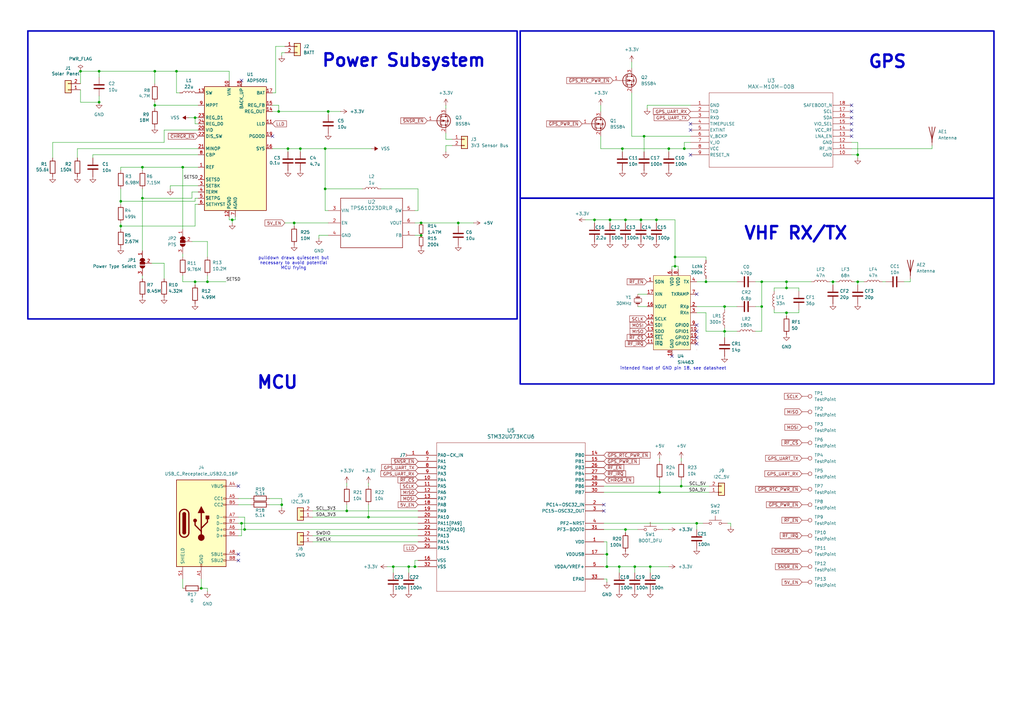
<source format=kicad_sch>
(kicad_sch (version 20231120) (generator "eeschema") (generator_version "8.0")
  (paper "A3")
  (junction (at 322.58 118.11))
  (junction (at 80.01 48.26))
  (junction (at 120.65 91.44))
  (junction (at 256.54 217.17))
  (junction (at 133.35 60.96))
  (junction (at 63.5 43.18))
  (junction (at 99.06 214.63))
  (junction (at 151.13 212.09))
  (junction (at 264.16 55.88))
  (junction (at 351.79 63.5))
  (junction (at 243.84 90.17))
  (junction (at 276.86 105.41))
  (junction (at 133.35 77.47))
  (junction (at 254 232.41))
  (junction (at 280.67 60.96))
  (junction (at 269.24 90.17))
  (junction (at 63.5 29.21))
  (junction (at 312.42 115.57))
  (junction (at 161.29 232.41))
  (junction (at 274.32 60.96))
  (junction (at 187.96 91.44))
  (junction (at 248.92 227.33))
  (junction (at 250.19 90.17))
  (junction (at 285.75 214.63))
  (junction (at 276.86 109.22))
  (junction (at 80.01 115.57))
  (junction (at 351.79 115.57))
  (junction (at 255.27 60.96))
  (junction (at 118.11 60.96))
  (junction (at 297.18 135.89))
  (junction (at 279.4 199.39))
  (junction (at 297.18 125.73))
  (junction (at 58.42 68.58))
  (junction (at 58.42 81.28))
  (junction (at 114.3 45.72))
  (junction (at 49.53 82.55))
  (junction (at 95.25 90.17))
  (junction (at 40.64 29.21))
  (junction (at 167.64 232.41))
  (junction (at 289.56 115.57))
  (junction (at 82.55 241.3))
  (junction (at 256.54 90.17))
  (junction (at 248.92 232.41))
  (junction (at 170.18 232.41))
  (junction (at 115.57 207.01))
  (junction (at 72.39 29.21))
  (junction (at 341.63 115.57))
  (junction (at 40.64 41.91))
  (junction (at 172.72 91.44))
  (junction (at 260.35 232.41))
  (junction (at 172.72 96.52))
  (junction (at 49.53 92.71))
  (junction (at 33.02 29.21))
  (junction (at 100.33 217.17))
  (junction (at 74.93 68.58))
  (junction (at 142.24 209.55))
  (junction (at 266.7 232.41))
  (junction (at 262.89 90.17))
  (junction (at 270.51 201.93))
  (junction (at 312.42 125.73))
  (junction (at 123.19 60.96))
  (junction (at 322.58 115.57))
  (junction (at 134.62 45.72))
  (junction (at 322.58 128.27))
  (junction (at 85.09 115.57))
  (no_connect (at 349.25 43.18))
  (no_connect (at 349.25 55.88))
  (no_connect (at 285.75 133.35))
  (no_connect (at 349.25 48.26))
  (no_connect (at 275.59 146.05))
  (no_connect (at 283.21 63.5))
  (no_connect (at 97.79 229.87))
  (no_connect (at 283.21 53.34))
  (no_connect (at 285.75 138.43))
  (no_connect (at 349.25 45.72))
  (no_connect (at 349.25 53.34))
  (no_connect (at 97.79 227.33))
  (no_connect (at 97.79 199.39))
  (no_connect (at 99.06 33.02))
  (no_connect (at 285.75 140.97))
  (no_connect (at 247.65 207.01))
  (no_connect (at 283.21 50.8))
  (no_connect (at 247.65 209.55))
  (no_connect (at 111.76 55.88))
  (no_connect (at 285.75 135.89))
  (no_connect (at 349.25 50.8))
  (no_connect (at 285.75 120.65))
  (wire (pts (xy 69.85 76.2) (xy 81.28 76.2)))
  (wire (pts (xy 322.58 128.27) (xy 327.66 128.27)))
  (wire (pts (xy 82.55 241.3) (xy 82.55 237.49)))
  (wire (pts (xy 322.58 118.11) (xy 327.66 118.11)))
  (wire (pts (xy 74.93 115.57) (xy 80.01 115.57)))
  (wire (pts (xy 182.88 59.69) (xy 182.88 62.23)))
  (wire (pts (xy 111.76 43.18) (xy 114.3 43.18)))
  (wire (pts (xy 170.18 232.41) (xy 171.45 232.41)))
  (wire (pts (xy 78.74 81.28) (xy 58.42 81.28)))
  (wire (pts (xy 120.65 91.44) (xy 134.62 91.44)))
  (wire (pts (xy 289.56 115.57) (xy 302.26 115.57)))
  (wire (pts (xy 38.1 63.5) (xy 38.1 64.77)))
  (wire (pts (xy 187.96 91.44) (xy 194.31 91.44)))
  (wire (pts (xy 151.13 198.12) (xy 151.13 199.39)))
  (wire (pts (xy 243.84 90.17) (xy 243.84 91.44)))
  (wire (pts (xy 274.32 60.96) (xy 280.67 60.96)))
  (wire (pts (xy 49.53 92.71) (xy 49.53 93.98)))
  (wire (pts (xy 142.24 207.01) (xy 142.24 209.55)))
  (wire (pts (xy 115.57 207.01) (xy 115.57 208.28)))
  (wire (pts (xy 243.84 90.17) (xy 250.19 90.17)))
  (wire (pts (xy 289.56 135.89) (xy 297.18 135.89)))
  (wire (pts (xy 133.35 60.96) (xy 152.4 60.96)))
  (wire (pts (xy 151.13 207.01) (xy 151.13 212.09)))
  (wire (pts (xy 134.62 45.72) (xy 139.7 45.72)))
  (wire (pts (xy 80.01 81.28) (xy 80.01 82.55)))
  (wire (pts (xy 113.03 19.05) (xy 116.84 19.05)))
  (wire (pts (xy 142.24 209.55) (xy 171.45 209.55)))
  (wire (pts (xy 133.35 77.47) (xy 133.35 86.36)))
  (wire (pts (xy 33.02 34.29) (xy 33.02 29.21)))
  (wire (pts (xy 111.76 60.96) (xy 118.11 60.96)))
  (wire (pts (xy 283.21 43.18) (xy 265.43 43.18)))
  (wire (pts (xy 167.64 232.41) (xy 167.64 234.95)))
  (wire (pts (xy 118.11 60.96) (xy 118.11 62.23)))
  (wire (pts (xy 33.02 36.83) (xy 33.02 41.91)))
  (wire (pts (xy 289.56 115.57) (xy 285.75 115.57)))
  (wire (pts (xy 40.64 39.37) (xy 40.64 41.91)))
  (wire (pts (xy 255.27 60.96) (xy 255.27 62.23)))
  (wire (pts (xy 58.42 113.03) (xy 58.42 114.3)))
  (wire (pts (xy 49.53 92.71) (xy 49.53 91.44)))
  (wire (pts (xy 297.18 135.89) (xy 302.26 135.89)))
  (wire (pts (xy 123.19 60.96) (xy 133.35 60.96)))
  (wire (pts (xy 270.51 196.85) (xy 270.51 201.93)))
  (wire (pts (xy 349.25 63.5) (xy 351.79 63.5)))
  (wire (pts (xy 250.19 90.17) (xy 250.19 91.44)))
  (wire (pts (xy 156.21 77.47) (xy 171.45 77.47)))
  (wire (pts (xy 185.42 59.69) (xy 182.88 59.69)))
  (wire (pts (xy 261.62 120.65) (xy 265.43 120.65)))
  (wire (pts (xy 115.57 21.59) (xy 115.57 22.86)))
  (wire (pts (xy 278.13 109.22) (xy 276.86 109.22)))
  (wire (pts (xy 67.31 53.34) (xy 67.31 58.42)))
  (wire (pts (xy 261.62 125.73) (xy 265.43 125.73)))
  (wire (pts (xy 349.25 60.96) (xy 382.27 60.96)))
  (wire (pts (xy 276.86 105.41) (xy 289.56 105.41)))
  (wire (pts (xy 297.18 125.73) (xy 297.18 127)))
  (wire (pts (xy 259.08 25.4) (xy 259.08 27.94)))
  (wire (pts (xy 85.09 242.57) (xy 85.09 241.3)))
  (wire (pts (xy 309.88 125.73) (xy 312.42 125.73)))
  (wire (pts (xy 297.18 134.62) (xy 297.18 135.89)))
  (wire (pts (xy 81.28 78.74) (xy 78.74 78.74)))
  (wire (pts (xy 276.86 105.41) (xy 276.86 109.22)))
  (wire (pts (xy 283.21 55.88) (xy 264.16 55.88)))
  (wire (pts (xy 170.18 96.52) (xy 172.72 96.52)))
  (wire (pts (xy 285.75 128.27) (xy 289.56 128.27)))
  (wire (pts (xy 341.63 115.57) (xy 340.36 115.57)))
  (wire (pts (xy 58.42 77.47) (xy 58.42 81.28)))
  (wire (pts (xy 285.75 214.63) (xy 288.29 214.63)))
  (wire (pts (xy 382.27 60.96) (xy 382.27 59.69)))
  (wire (pts (xy 254 232.41) (xy 248.92 232.41)))
  (wire (pts (xy 134.62 96.52) (xy 130.81 96.52)))
  (wire (pts (xy 80.01 82.55) (xy 49.53 82.55)))
  (wire (pts (xy 256.54 217.17) (xy 261.62 217.17)))
  (wire (pts (xy 266.7 232.41) (xy 266.7 234.95)))
  (wire (pts (xy 269.24 90.17) (xy 276.86 90.17)))
  (wire (pts (xy 289.56 105.41) (xy 289.56 106.68)))
  (wire (pts (xy 270.51 187.96) (xy 270.51 189.23)))
  (wire (pts (xy 299.72 214.63) (xy 299.72 215.9)))
  (wire (pts (xy 297.18 135.89) (xy 297.18 138.43)))
  (wire (pts (xy 63.5 43.18) (xy 63.5 41.91)))
  (wire (pts (xy 58.42 81.28) (xy 58.42 102.87)))
  (wire (pts (xy 248.92 227.33) (xy 247.65 227.33)))
  (wire (pts (xy 38.1 63.5) (xy 81.28 63.5)))
  (wire (pts (xy 80.01 83.82) (xy 81.28 83.82)))
  (wire (pts (xy 40.64 29.21) (xy 63.5 29.21)))
  (wire (pts (xy 40.64 29.21) (xy 40.64 31.75)))
  (wire (pts (xy 327.66 118.11) (xy 327.66 119.38)))
  (wire (pts (xy 247.65 201.93) (xy 270.51 201.93)))
  (wire (pts (xy 266.7 232.41) (xy 274.32 232.41)))
  (wire (pts (xy 270.51 201.93) (xy 290.83 201.93)))
  (wire (pts (xy 309.88 135.89) (xy 312.42 135.89)))
  (wire (pts (xy 266.7 232.41) (xy 260.35 232.41)))
  (wire (pts (xy 317.5 127) (xy 317.5 128.27)))
  (wire (pts (xy 81.28 50.8) (xy 80.01 50.8)))
  (wire (pts (xy 21.59 58.42) (xy 21.59 64.77)))
  (wire (pts (xy 63.5 43.18) (xy 63.5 44.45)))
  (wire (pts (xy 85.09 115.57) (xy 92.71 115.57)))
  (wire (pts (xy 63.5 29.21) (xy 72.39 29.21)))
  (wire (pts (xy 262.89 90.17) (xy 262.89 91.44)))
  (wire (pts (xy 312.42 135.89) (xy 312.42 125.73)))
  (wire (pts (xy 259.08 55.88) (xy 259.08 38.1)))
  (wire (pts (xy 297.18 125.73) (xy 302.26 125.73)))
  (wire (pts (xy 80.01 115.57) (xy 80.01 116.84)))
  (wire (pts (xy 285.75 125.73) (xy 297.18 125.73)))
  (wire (pts (xy 120.65 91.44) (xy 120.65 92.71)))
  (wire (pts (xy 247.65 214.63) (xy 285.75 214.63)))
  (wire (pts (xy 49.53 68.58) (xy 49.53 69.85)))
  (wire (pts (xy 116.84 91.44) (xy 120.65 91.44)))
  (wire (pts (xy 161.29 232.41) (xy 161.29 234.95)))
  (wire (pts (xy 246.38 60.96) (xy 255.27 60.96)))
  (wire (pts (xy 80.01 115.57) (xy 85.09 115.57)))
  (wire (pts (xy 254 232.41) (xy 254 234.95)))
  (wire (pts (xy 62.23 107.95) (xy 67.31 107.95)))
  (wire (pts (xy 128.27 209.55) (xy 142.24 209.55)))
  (wire (pts (xy 49.53 92.71) (xy 80.01 92.71)))
  (wire (pts (xy 97.79 207.01) (xy 102.87 207.01)))
  (wire (pts (xy 63.5 29.21) (xy 63.5 34.29)))
  (wire (pts (xy 276.86 109.22) (xy 275.59 109.22)))
  (wire (pts (xy 74.93 68.58) (xy 81.28 68.58)))
  (wire (pts (xy 247.65 199.39) (xy 279.4 199.39)))
  (wire (pts (xy 171.45 77.47) (xy 171.45 86.36)))
  (wire (pts (xy 77.47 48.26) (xy 80.01 48.26)))
  (wire (pts (xy 78.74 78.74) (xy 78.74 81.28)))
  (wire (pts (xy 240.03 90.17) (xy 243.84 90.17)))
  (wire (pts (xy 312.42 115.57) (xy 322.58 115.57)))
  (wire (pts (xy 113.03 19.05) (xy 113.03 38.1)))
  (wire (pts (xy 269.24 90.17) (xy 269.24 91.44)))
  (wire (pts (xy 133.35 86.36) (xy 134.62 86.36)))
  (wire (pts (xy 312.42 115.57) (xy 312.42 125.73)))
  (wire (pts (xy 95.25 90.17) (xy 95.25 91.44)))
  (wire (pts (xy 128.27 212.09) (xy 151.13 212.09)))
  (wire (pts (xy 93.98 90.17) (xy 95.25 90.17)))
  (wire (pts (xy 256.54 90.17) (xy 256.54 91.44)))
  (wire (pts (xy 351.79 58.42) (xy 351.79 63.5)))
  (wire (pts (xy 322.58 115.57) (xy 322.58 118.11)))
  (wire (pts (xy 279.4 196.85) (xy 279.4 199.39)))
  (wire (pts (xy 248.92 222.25) (xy 248.92 227.33)))
  (wire (pts (xy 248.92 237.49) (xy 247.65 237.49)))
  (wire (pts (xy 276.86 90.17) (xy 276.86 105.41)))
  (wire (pts (xy 114.3 43.18) (xy 114.3 45.72)))
  (wire (pts (xy 130.81 96.52) (xy 130.81 97.79)))
  (wire (pts (xy 74.93 241.3) (xy 74.93 237.49)))
  (wire (pts (xy 80.01 48.26) (xy 81.28 48.26)))
  (wire (pts (xy 123.19 62.23) (xy 123.19 60.96)))
  (wire (pts (xy 278.13 110.49) (xy 278.13 109.22)))
  (wire (pts (xy 49.53 77.47) (xy 49.53 82.55)))
  (wire (pts (xy 85.09 115.57) (xy 85.09 113.03)))
  (wire (pts (xy 93.98 33.02) (xy 93.98 29.21)))
  (wire (pts (xy 58.42 68.58) (xy 49.53 68.58)))
  (wire (pts (xy 74.93 104.14) (xy 74.93 105.41)))
  (wire (pts (xy 115.57 204.47) (xy 115.57 207.01)))
  (wire (pts (xy 72.39 29.21) (xy 93.98 29.21)))
  (wire (pts (xy 279.4 187.96) (xy 279.4 189.23)))
  (wire (pts (xy 341.63 116.84) (xy 341.63 115.57)))
  (wire (pts (xy 349.25 58.42) (xy 351.79 58.42)))
  (wire (pts (xy 260.35 232.41) (xy 260.35 234.95)))
  (wire (pts (xy 327.66 128.27) (xy 327.66 127)))
  (wire (pts (xy 31.75 64.77) (xy 31.75 60.96)))
  (wire (pts (xy 158.75 232.41) (xy 161.29 232.41)))
  (wire (pts (xy 322.58 115.57) (xy 332.74 115.57)))
  (wire (pts (xy 264.16 55.88) (xy 259.08 55.88)))
  (wire (pts (xy 100.33 217.17) (xy 100.33 212.09)))
  (wire (pts (xy 128.27 219.71) (xy 171.45 219.71)))
  (wire (pts (xy 171.45 229.87) (xy 170.18 229.87)))
  (wire (pts (xy 93.98 88.9) (xy 93.98 90.17)))
  (wire (pts (xy 118.11 60.96) (xy 123.19 60.96)))
  (wire (pts (xy 280.67 60.96) (xy 283.21 60.96)))
  (wire (pts (xy 172.72 91.44) (xy 187.96 91.44)))
  (wire (pts (xy 99.06 214.63) (xy 99.06 219.71)))
  (wire (pts (xy 279.4 199.39) (xy 290.83 199.39)))
  (wire (pts (xy 74.93 68.58) (xy 74.93 93.98)))
  (wire (pts (xy 298.45 214.63) (xy 299.72 214.63)))
  (wire (pts (xy 247.65 222.25) (xy 248.92 222.25)))
  (wire (pts (xy 171.45 86.36) (xy 170.18 86.36)))
  (wire (pts (xy 275.59 109.22) (xy 275.59 110.49)))
  (wire (pts (xy 81.28 81.28) (xy 80.01 81.28)))
  (wire (pts (xy 322.58 128.27) (xy 322.58 129.54)))
  (wire (pts (xy 167.64 232.41) (xy 170.18 232.41)))
  (wire (pts (xy 63.5 43.18) (xy 81.28 43.18)))
  (wire (pts (xy 248.92 232.41) (xy 248.92 227.33)))
  (wire (pts (xy 148.59 77.47) (xy 133.35 77.47)))
  (wire (pts (xy 58.42 68.58) (xy 74.93 68.58)))
  (wire (pts (xy 317.5 119.38) (xy 317.5 118.11)))
  (wire (pts (xy 100.33 212.09) (xy 97.79 212.09)))
  (wire (pts (xy 97.79 217.17) (xy 100.33 217.17)))
  (wire (pts (xy 250.19 90.17) (xy 256.54 90.17)))
  (wire (pts (xy 351.79 64.77) (xy 351.79 63.5)))
  (wire (pts (xy 116.84 21.59) (xy 115.57 21.59)))
  (wire (pts (xy 264.16 55.88) (xy 264.16 62.23)))
  (wire (pts (xy 110.49 204.47) (xy 115.57 204.47)))
  (wire (pts (xy 142.24 198.12) (xy 142.24 199.39)))
  (wire (pts (xy 370.84 115.57) (xy 373.38 115.57)))
  (wire (pts (xy 289.56 128.27) (xy 289.56 135.89)))
  (wire (pts (xy 167.64 232.41) (xy 161.29 232.41)))
  (wire (pts (xy 182.88 57.15) (xy 185.42 57.15)))
  (wire (pts (xy 285.75 214.63) (xy 285.75 217.17)))
  (wire (pts (xy 33.02 41.91) (xy 40.64 41.91)))
  (wire (pts (xy 133.35 60.96) (xy 133.35 77.47)))
  (wire (pts (xy 280.67 58.42) (xy 280.67 60.96)))
  (wire (pts (xy 80.01 50.8) (xy 80.01 48.26)))
  (wire (pts (xy 33.02 29.21) (xy 40.64 29.21)))
  (wire (pts (xy 151.13 212.09) (xy 171.45 212.09)))
  (wire (pts (xy 95.25 90.17) (xy 96.52 90.17)))
  (wire (pts (xy 69.85 77.47) (xy 69.85 76.2)))
  (wire (pts (xy 113.03 38.1) (xy 111.76 38.1)))
  (wire (pts (xy 114.3 45.72) (xy 134.62 45.72)))
  (wire (pts (xy 128.27 222.25) (xy 171.45 222.25)))
  (wire (pts (xy 255.27 60.96) (xy 274.32 60.96)))
  (wire (pts (xy 99.06 219.71) (xy 97.79 219.71)))
  (wire (pts (xy 73.66 38.1) (xy 72.39 38.1)))
  (wire (pts (xy 373.38 115.57) (xy 373.38 114.3)))
  (wire (pts (xy 248.92 238.76) (xy 248.92 237.49)))
  (wire (pts (xy 74.93 115.57) (xy 74.93 113.03)))
  (wire (pts (xy 256.54 90.17) (xy 262.89 90.17)))
  (wire (pts (xy 246.38 60.96) (xy 246.38 55.88)))
  (wire (pts (xy 182.88 54.61) (xy 182.88 57.15)))
  (wire (pts (xy 100.33 217.17) (xy 171.45 217.17)))
  (wire (pts (xy 21.59 58.42) (xy 67.31 58.42)))
  (wire (pts (xy 110.49 207.01) (xy 115.57 207.01)))
  (wire (pts (xy 97.79 204.47) (xy 102.87 204.47)))
  (wire (pts (xy 97.79 214.63) (xy 99.06 214.63)))
  (wire (pts (xy 309.88 115.57) (xy 312.42 115.57)))
  (wire (pts (xy 81.28 53.34) (xy 67.31 53.34)))
  (wire (pts (xy 274.32 60.96) (xy 274.32 62.23)))
  (wire (pts (xy 85.09 241.3) (xy 82.55 241.3)))
  (wire (pts (xy 350.52 115.57) (xy 351.79 115.57)))
  (wire (pts (xy 85.09 99.06) (xy 85.09 105.41)))
  (wire (pts (xy 170.18 229.87) (xy 170.18 232.41)))
  (wire (pts (xy 289.56 114.3) (xy 289.56 115.57)))
  (wire (pts (xy 72.39 38.1) (xy 72.39 29.21)))
  (wire (pts (xy 49.53 82.55) (xy 49.53 83.82)))
  (wire (pts (xy 31.75 60.96) (xy 81.28 60.96)))
  (wire (pts (xy 260.35 232.41) (xy 254 232.41)))
  (wire (pts (xy 283.21 58.42) (xy 280.67 58.42)))
  (wire (pts (xy 247.65 232.41) (xy 248.92 232.41)))
  (wire (pts (xy 256.54 218.44) (xy 256.54 217.17)))
  (wire (pts (xy 351.79 115.57) (xy 351.79 116.84)))
  (wire (pts (xy 170.18 91.44) (xy 172.72 91.44)))
  (wire (pts (xy 351.79 115.57) (xy 354.33 115.57)))
  (wire (pts (xy 265.43 43.18) (xy 265.43 44.45)))
  (wire (pts (xy 317.5 118.11) (xy 322.58 118.11)))
  (wire (pts (xy 361.95 115.57) (xy 363.22 115.57)))
  (wire (pts (xy 187.96 91.44) (xy 187.96 92.71)))
  (wire (pts (xy 99.06 214.63) (xy 171.45 214.63)))
  (wire (pts (xy 271.78 217.17) (xy 274.32 217.17)))
  (wire (pts (xy 111.76 45.72) (xy 114.3 45.72)))
  (wire (pts (xy 341.63 115.57) (xy 342.9 115.57)))
  (wire (pts (xy 58.42 68.58) (xy 58.42 69.85)))
  (wire (pts (xy 247.65 217.17) (xy 256.54 217.17)))
  (wire (pts (xy 67.31 107.95) (xy 67.31 114.3)))
  (wire (pts (xy 246.38 43.18) (xy 246.38 45.72)))
  (wire (pts (xy 317.5 128.27) (xy 322.58 128.27)))
  (wire (pts (xy 262.89 90.17) (xy 269.24 90.17)))
  (wire (pts (xy 78.74 99.06) (xy 85.09 99.06)))
  (wire (pts (xy 134.62 45.72) (xy 134.62 46.99)))
  (wire (pts (xy 182.88 43.18) (xy 182.88 44.45)))
  (wire (pts (xy 96.52 88.9) (xy 96.52 90.17)))
  (wire (pts (xy 80.01 92.71) (xy 80.01 83.82)))
  (rectangle (start 11.43 12.7) (end 212.09 130.81) (stroke (width 0.635)))
  (rectangle (start 213.36 12.7) (end 407.67 81.28) (stroke (width 0.635)))
  (rectangle (start 213.36 81.28) (end 407.67 157.48) (stroke (width 0.635)))
  (text "GPS\n" (at 363.982 25.4 0) (effects (font (size 5.08 5.08) (bold yes))))
  (text "Power Subsystem\n" (at 165.608 24.892 0) (effects (font (size 5.08 5.08) (bold yes))))
  (text "MCU\n" (at 113.792 156.972 0) (effects (font (size 5.08 5.08) (bold yes))))
  (text "pulldown draws quiescent but\nnecessary to avoid potential\nMCU frying\n" (at 120.396 107.95 0) (effects (font (size 1.27 1.27))))
  (text "VHF RX/TX\n" (at 326.39 95.758 0) (effects (font (size 5.08 5.08) (thickness 1.016) (bold yes))))
  (text "intended float of GND pin 18, see datasheet\n" (at 276.098 151.13 0) (effects (font (size 1.27 1.27))))
  (label "SCL_5V" (at 289.56 199.39 180))
  (label "SCL_3V3" (at 129.54 209.55 0))
  (label "SETSD" (at 92.71 115.57 0))
  (label "SETSD" (at 81.28 73.66 180))
  (label "SDA_5V" (at 289.56 201.93 180))
  (label "SDA_3V3" (at 129.54 212.09 0))
  (label "SWCLK" (at 129.54 222.25 0))
  (label "SWDIO" (at 129.54 219.71 0))
  (global_label "5V_EN" (shape input) (at 116.84 91.44 180) (property "Intersheetrefs" "${INTERSHEET_REFS}" (effects (hide yes))))
  (global_label "~{RF_EN}" (shape input) (at 328.93 213.36 180) (property "Intersheetrefs" "${INTERSHEET_REFS}" (effects (hide yes))))
  (global_label "~{RF_CS}" (shape input) (at 171.45 196.85 180) (property "Intersheetrefs" "${INTERSHEET_REFS}" (effects (hide yes))))
  (global_label "5V_EN" (shape input) (at 171.45 207.01 180) (property "Intersheetrefs" "${INTERSHEET_REFS}" (effects (hide yes))))
  (global_label "~{SNSR_EN}" (shape input) (at 328.93 232.41 180) (property "Intersheetrefs" "${INTERSHEET_REFS}" (effects (hide yes))))
  (global_label "~{RF_EN}" (shape input) (at 247.65 191.77 0) (property "Intersheetrefs" "${INTERSHEET_REFS}" (effects (hide yes))))
  (global_label "SCLK" (shape input) (at 171.45 199.39 180) (property "Intersheetrefs" "${INTERSHEET_REFS}" (effects (hide yes))))
  (global_label "~{RF_IRQ}" (shape input) (at 328.93 219.71 180) (property "Intersheetrefs" "${INTERSHEET_REFS}" (effects (hide yes))))
  (global_label "~{RF_IRQ}" (shape input) (at 247.65 194.31 0) (property "Intersheetrefs" "${INTERSHEET_REFS}" (effects (hide yes))))
  (global_label "~{SNSR_EN}" (shape input) (at 171.45 189.23 180) (property "Intersheetrefs" "${INTERSHEET_REFS}" (effects (hide yes))))
  (global_label "MOSI" (shape input) (at 328.93 175.26 180) (property "Intersheetrefs" "${INTERSHEET_REFS}" (effects (hide yes))))
  (global_label "SCLK" (shape input) (at 328.93 162.56 180) (property "Intersheetrefs" "${INTERSHEET_REFS}" (effects (hide yes))))
  (global_label "MISO" (shape input) (at 171.45 201.93 180) (property "Intersheetrefs" "${INTERSHEET_REFS}" (effects (hide yes))))
  (global_label "MOSI" (shape input) (at 171.45 204.47 180) (property "Intersheetrefs" "${INTERSHEET_REFS}" (effects (hide yes))))
  (global_label "~{CHRGR_EN}" (shape input) (at 81.28 55.88 180) (property "Intersheetrefs" "${INTERSHEET_REFS}" (effects (hide yes))))
  (global_label "SCLK" (shape input) (at 265.43 130.81 180) (property "Intersheetrefs" "${INTERSHEET_REFS}" (effects (hide yes))))
  (global_label "~{RF_IRQ}" (shape input) (at 265.43 140.97 180) (property "Intersheetrefs" "${INTERSHEET_REFS}" (effects (hide yes))))
  (global_label "~{RF_CS}" (shape input) (at 328.93 181.61 180) (property "Intersheetrefs" "${INTERSHEET_REFS}" (effects (hide yes))))
  (global_label "~{GPS_PWR_EN}" (shape input) (at 238.76 50.8 180) (property "Intersheetrefs" "${INTERSHEET_REFS}" (effects (hide yes))))
  (global_label "~{SNSR_EN}" (shape input) (at 175.26 49.53 180) (property "Intersheetrefs" "${INTERSHEET_REFS}" (effects (hide yes))))
  (global_label "MISO" (shape input) (at 328.93 168.91 180) (property "Intersheetrefs" "${INTERSHEET_REFS}" (effects (hide yes))))
  (global_label "~{CHRGR_EN}" (shape input) (at 328.93 226.06 180) (property "Intersheetrefs" "${INTERSHEET_REFS}" (effects (hide yes))))
  (global_label "~{CHRGR_EN}" (shape input) (at 247.65 196.85 0) (property "Intersheetrefs" "${INTERSHEET_REFS}" (effects (hide yes))))
  (global_label "LLD" (shape input) (at 111.76 50.8 0) (property "Intersheetrefs" "${INTERSHEET_REFS}" (effects (hide yes))))
  (global_label "MISO" (shape input) (at 265.43 135.89 180) (property "Intersheetrefs" "${INTERSHEET_REFS}" (effects (hide yes))))
  (global_label "~{RF_EN}" (shape input) (at 265.43 115.57 180) (property "Intersheetrefs" "${INTERSHEET_REFS}" (effects (hide yes))))
  (global_label "~{RF_CS}" (shape input) (at 265.43 138.43 180) (property "Intersheetrefs" "${INTERSHEET_REFS}" (effects (hide yes))))
  (global_label "GPS_UART_TX" (shape input) (at 171.45 191.77 180) (property "Intersheetrefs" "${INTERSHEET_REFS}" (effects (hide yes))))
  (global_label "~{GPS_PWR_EN}" (shape input) (at 328.93 207.01 180) (property "Intersheetrefs" "${INTERSHEET_REFS}" (effects (hide yes))))
  (global_label "~{GPS_RTC_PWR_EN}" (shape input) (at 328.93 200.66 180) (property "Intersheetrefs" "${INTERSHEET_REFS}" (effects (hide yes))))
  (global_label "GPS_UART_TX" (shape input) (at 328.93 187.96 180) (property "Intersheetrefs" "${INTERSHEET_REFS}" (effects (hide yes))))
  (global_label "GPS_UART_TX" (shape input) (at 283.21 48.26 180) (property "Intersheetrefs" "${INTERSHEET_REFS}" (effects (hide yes))))
  (global_label "~{GPS_RTC_PWR_EN}" (shape input) (at 247.65 186.69 0) (property "Intersheetrefs" "${INTERSHEET_REFS}" (effects (hide yes))))
  (global_label "GPS_UART_RX" (shape input) (at 171.45 194.31 180) (property "Intersheetrefs" "${INTERSHEET_REFS}" (effects (hide yes))))
  (global_label "~{GPS_RTC_PWR_EN}" (shape input) (at 251.46 33.02 180) (property "Intersheetrefs" "${INTERSHEET_REFS}" (effects (hide yes))))
  (global_label "GPS_UART_RX" (shape input) (at 328.93 194.31 180) (property "Intersheetrefs" "${INTERSHEET_REFS}" (effects (hide yes))))
  (global_label "~{GPS_PWR_EN}" (shape input) (at 247.65 189.23 0) (property "Intersheetrefs" "${INTERSHEET_REFS}" (effects (hide yes))))
  (global_label "5V_EN" (shape input) (at 328.93 238.76 180) (property "Intersheetrefs" "${INTERSHEET_REFS}" (effects (hide yes))))
  (global_label "GPS_UART_RX" (shape input) (at 283.21 45.72 180) (property "Intersheetrefs" "${INTERSHEET_REFS}" (effects (hide yes))))
  (global_label "MOSI" (shape input) (at 265.43 133.35 180) (property "Intersheetrefs" "${INTERSHEET_REFS}" (effects (hide yes))))
  (global_label "LLD" (shape input) (at 171.45 224.79 180) (property "Intersheetrefs" "${INTERSHEET_REFS}" (effects (hide yes))))
  (symbol (lib_id "Connector_Generic:Conn_01x02") (at 121.92 19.05 0) (unit 1)
    (property "Reference" "J2" (at 124.46 19.0499 0) (effects (justify left)))
    (property "Value" "BATT" (at 124.46 21.5899 0) (effects (justify left)))
    (property "Description" "Generic connector, single row, 01x02, script generated (kicad-library-utils/schlib/autogen/connector/)" (effects (hide yes)))
  )
  (symbol (lib_id "power:GND") (at 255.27 69.85 0) (unit 1)
    (property "Reference" "#PWR033" (effects (hide yes)))
    (property "Value" "GND" (effects (hide yes)))
    (property "Description" "Power symbol creates a global label with name \"GND\" , ground" (effects (hide yes)))
  )
  (symbol (lib_id "Jumper:SolderJumper_3_Bridged12") (at 74.93 99.06 90) (mirror x) (unit 1) (exclude_from_sim yes) (in_bom no)
    (property "Reference" "JP2" (at 72.39 97.7899 90) (effects (justify left)))
    (property "Value" "PTS" (at 72.39 100.3299 90) (effects (justify left)))
    (property "Description" "3-pole Solder Jumper, pins 1+2 closed/bridged" (effects (hide yes)))
  )
  (symbol (lib_id "power:GND") (at 118.11 69.85 0) (unit 1)
    (property "Reference" "#PWR013" (effects (hide yes)))
    (property "Value" "GND" (effects (hide yes)))
    (property "Description" "Power symbol creates a global label with name \"GND\" , ground" (effects (hide yes)))
  )
  (symbol (lib_id "Device:L") (at 336.55 115.57 90) (unit 1)
    (property "Reference" "LF2" (at 336.55 110.49 90))
    (property "Value" "47n" (at 336.55 113.03 90))
    (property "Description" "Inductor" (effects (hide yes)))
  )
  (symbol (lib_id "power:+3.3V") (at 274.32 217.17 270) (unit 1)
    (property "Reference" "#PWR049" (effects (hide yes)))
    (property "Value" "+3.3V" (at 278.13 217.1699 90) (effects (justify left)))
    (property "Description" "Power symbol creates a global label with name \"+3.3V\"" (effects (hide yes)))
  )
  (symbol (lib_id "Device:L") (at 289.56 110.49 0) (mirror y) (unit 1)
    (property "Reference" "Lchk" (at 288.29 109.2199 0) (effects (justify left)))
    (property "Value" "390n" (at 288.29 111.7599 0) (effects (justify left)))
    (property "Description" "Inductor" (effects (hide yes)))
  )
  (symbol (lib_id "Switch:SW_Push") (at 266.7 217.17 0) (unit 1)
    (property "Reference" "SW1" (at 266.7 219.202 0))
    (property "Value" "BOOT_DFU" (at 266.7 221.742 0))
    (property "Description" "Push button switch, generic, two pins" (effects (hide yes)))
  )
  (symbol (lib_id "power:GND") (at 260.35 242.57 0) (unit 1)
    (property "Reference" "#PWR045" (effects (hide yes)))
    (property "Value" "GND" (effects (hide yes)))
    (property "Description" "Power symbol creates a global label with name \"GND\" , ground" (effects (hide yes)))
  )
  (symbol (lib_id "power:+3.3V") (at 240.03 90.17 90) (unit 1)
    (property "Reference" "#PWR027" (effects (hide yes)))
    (property "Value" "+3.3V" (at 238.76 87.63 90))
    (property "Description" "Power symbol creates a global label with name \"+3.3V\"" (effects (hide yes)))
  )
  (symbol (lib_id "Device:L") (at 358.14 115.57 90) (unit 1)
    (property "Reference" "LF4" (at 358.14 110.49 90))
    (property "Value" "47n" (at 358.14 113.03 90))
    (property "Description" "Inductor" (effects (hide yes)))
  )
  (symbol (lib_id "power:GND") (at 264.16 69.85 0) (unit 1)
    (property "Reference" "#PWR041" (effects (hide yes)))
    (property "Value" "GND" (effects (hide yes)))
    (property "Description" "Power symbol creates a global label with name \"GND\" , ground" (effects (hide yes)))
  )
  (symbol (lib_id "Device:C") (at 134.62 50.8 0) (unit 1)
    (property "Reference" "C5" (at 138.43 49.5299 0) (effects (justify left)))
    (property "Value" "10u" (at 138.43 52.0699 0) (effects (justify left)))
    (property "Description" "Unpolarized capacitor" (effects (hide yes)))
  )
  (symbol (lib_id "Connector:TestPoint") (at 328.93 168.91 270) (unit 1)
    (property "Reference" "TP2" (at 334.01 167.6399 90) (effects (justify left)))
    (property "Value" "TestPoint" (at 334.01 170.1799 90) (effects (justify left)))
    (property "Description" "test point" (effects (hide yes)))
  )
  (symbol (lib_id "Jumper:SolderJumper_3_Bridged12") (at 58.42 107.95 90) (mirror x) (unit 1) (exclude_from_sim yes) (in_bom no)
    (property "Reference" "JP1" (at 55.88 106.6799 90) (effects (justify left)))
    (property "Value" "Power Type Select" (at 55.88 109.2199 90) (effects (justify left)))
    (property "Description" "3-pole Solder Jumper, pins 1+2 closed/bridged" (effects (hide yes)))
  )
  (symbol (lib_id "Device:R") (at 63.5 48.26 180) (unit 1)
    (property "Reference" "R9" (at 61.214 46.99 0) (effects (justify left)))
    (property "Value" "18M" (at 61.214 49.276 0) (effects (justify left)))
    (property "Description" "Resistor" (effects (hide yes)))
  )
  (symbol (lib_id "power:GND") (at 38.1 72.39 0) (unit 1)
    (property "Reference" "#PWR03" (effects (hide yes)))
    (property "Value" "GND" (effects (hide yes)))
    (property "Description" "Power symbol creates a global label with name \"GND\" , ground" (effects (hide yes)))
  )
  (symbol (lib_id "power:GND") (at 266.7 242.57 0) (unit 1)
    (property "Reference" "#PWR046" (effects (hide yes)))
    (property "Value" "GND" (effects (hide yes)))
    (property "Description" "Power symbol creates a global label with name \"GND\" , ground" (effects (hide yes)))
  )
  (symbol (lib_id "Device:L") (at 306.07 135.89 90) (unit 1)
    (property "Reference" "LR2" (at 306.07 130.81 90))
    (property "Value" "180n" (at 306.07 133.35 90))
    (property "Description" "Inductor" (effects (hide yes)))
  )
  (symbol (lib_id "Device:Crystal_Small") (at 261.62 123.19 270) (unit 1)
    (property "Reference" "Y1" (at 259.08 121.9199 90) (effects (justify right)))
    (property "Value" "30MHz" (at 259.08 124.4599 90) (effects (justify right)))
    (property "Description" "Two pin crystal, small symbol" (effects (hide yes)))
  )
  (symbol (lib_id "Device:C") (at 269.24 95.25 0) (unit 1)
    (property "Reference" "C15" (at 269.494 93.218 0) (effects (justify left)))
    (property "Value" "100p" (at 269.748 97.536 0) (effects (justify left)))
    (property "Description" "Unpolarized capacitor" (effects (hide yes)))
  )
  (symbol (lib_id "Connector:TestPoint") (at 328.93 194.31 270) (unit 1)
    (property "Reference" "TP5" (at 334.01 193.0399 90) (effects (justify left)))
    (property "Value" "TestPoint" (at 334.01 195.5799 90) (effects (justify left)))
    (property "Description" "test point" (effects (hide yes)))
  )
  (symbol (lib_id "power:GND") (at 167.64 242.57 0) (unit 1)
    (property "Reference" "#PWR054" (effects (hide yes)))
    (property "Value" "GND" (effects (hide yes)))
    (property "Description" "Power symbol creates a global label with name \"GND\" , ground" (effects (hide yes)))
  )
  (symbol (lib_id "Device:C") (at 250.19 95.25 0) (unit 1)
    (property "Reference" "C12" (at 250.444 93.218 0) (effects (justify left)))
    (property "Value" "100n" (at 250.698 97.536 0) (effects (justify left)))
    (property "Description" "Unpolarized capacitor" (effects (hide yes)))
  )
  (symbol (lib_id "power:GND") (at 21.59 72.39 0) (unit 1)
    (property "Reference" "#PWR01" (effects (hide yes)))
    (property "Value" "GND" (effects (hide yes)))
    (property "Description" "Power symbol creates a global label with name \"GND\" , ground" (effects (hide yes)))
  )
  (symbol (lib_id "Device:R") (at 63.5 38.1 0) (unit 1)
    (property "Reference" "R8" (at 58.928 37.084 0) (effects (justify left)))
    (property "Value" "4.7M" (at 56.896 39.37 0) (effects (justify left)))
    (property "Description" "Resistor" (effects (hide yes)))
  )
  (symbol (lib_id "Device:R") (at 256.54 222.25 0) (mirror y) (unit 1)
    (property "Reference" "R20" (at 255.016 220.98 0) (effects (justify left)))
    (property "Value" "100k" (at 255.016 223.52 0) (effects (justify left)))
    (property "Description" "Resistor" (effects (hide yes)))
  )
  (symbol (lib_id "Device:C") (at 40.64 35.56 0) (unit 1)
    (property "Reference" "C2" (at 44.45 34.2899 0) (effects (justify left)))
    (property "Value" "10u" (at 44.45 36.8299 0) (effects (justify left)))
    (property "Description" "Unpolarized capacitor" (effects (hide yes)))
  )
  (symbol (lib_id "Device:C") (at 367.03 115.57 90) (unit 1)
    (property "Reference" "CC1" (at 367.03 109.22 90))
    (property "Value" "10n" (at 367.03 111.76 90))
    (property "Description" "Unpolarized capacitor" (effects (hide yes)))
  )
  (symbol (lib_id "power:GND") (at 254 242.57 0) (unit 1)
    (property "Reference" "#PWR044" (effects (hide yes)))
    (property "Value" "GND" (effects (hide yes)))
    (property "Description" "Power symbol creates a global label with name \"GND\" , ground" (effects (hide yes)))
  )
  (symbol (lib_id "Device:R") (at 270.51 193.04 0) (unit 1)
    (property "Reference" "R24" (at 273.05 191.7699 0) (effects (justify left)))
    (property "Value" "10k" (at 273.05 194.3099 0) (effects (justify left)))
    (property "Description" "Resistor" (effects (hide yes)))
  )
  (symbol (lib_id "power:GND") (at 172.72 101.6 0) (unit 1)
    (property "Reference" "#PWR019" (effects (hide yes)))
    (property "Value" "GND" (effects (hide yes)))
    (property "Description" "Power symbol creates a global label with name \"GND\" , ground" (effects (hide yes)))
  )
  (symbol (lib_id "Device:C") (at 266.7 238.76 0) (unit 1)
    (property "Reference" "C20" (at 266.954 236.728 0) (effects (justify left)))
    (property "Value" "100n" (at 267.208 241.046 0) (effects (justify left)))
    (property "Description" "Unpolarized capacitor" (effects (hide yes)))
  )
  (symbol (lib_id "power:GND") (at 123.19 69.85 0) (unit 1)
    (property "Reference" "#PWR014" (effects (hide yes)))
    (property "Value" "GND" (effects (hide yes)))
    (property "Description" "Power symbol creates a global label with name \"GND\" , ground" (effects (hide yes)))
  )
  (symbol (lib_id "Device:C") (at 243.84 95.25 0) (unit 1)
    (property "Reference" "C16" (at 244.094 93.218 0) (effects (justify left)))
    (property "Value" "2.2u" (at 244.348 97.536 0) (effects (justify left)))
    (property "Description" "Unpolarized capacitor" (effects (hide yes)))
  )
  (symbol (lib_id "Connector:TestPoint") (at 328.93 207.01 270) (unit 1)
    (property "Reference" "TP8" (at 334.01 205.7399 90) (effects (justify left)))
    (property "Value" "TestPoint" (at 334.01 208.2799 90) (effects (justify left)))
    (property "Description" "test point" (effects (hide yes)))
  )
  (symbol (lib_id "Connector:TestPoint") (at 328.93 175.26 270) (unit 1)
    (property "Reference" "TP3" (at 334.01 173.9899 90) (effects (justify left)))
    (property "Value" "TestPoint" (at 334.01 176.5299 90) (effects (justify left)))
    (property "Description" "test point" (effects (hide yes)))
  )
  (symbol (lib_id "power:GND") (at 351.79 64.77 0) (unit 1)
    (property "Reference" "#PWR021" (effects (hide yes)))
    (property "Value" "GND" (effects (hide yes)))
    (property "Description" "Power symbol creates a global label with name \"GND\" , ground" (effects (hide yes)))
  )
  (symbol (lib_id "power:+3.3V") (at 142.24 198.12 0) (unit 1)
    (property "Reference" "#PWR056" (effects (hide yes)))
    (property "Value" "+3.3V" (at 142.24 193.04 0))
    (property "Description" "Power symbol creates a global label with name \"+3.3V\"" (effects (hide yes)))
  )
  (symbol (lib_id "Device:L") (at 77.47 38.1 90) (unit 1)
    (property "Reference" "L1" (at 77.47 33.02 90))
    (property "Value" "22u" (at 77.47 35.56 90))
    (property "Description" "Inductor" (effects (hide yes)))
  )
  (symbol (lib_id "power:GND") (at 341.63 124.46 0) (unit 1)
    (property "Reference" "#PWR039" (effects (hide yes)))
    (property "Value" "GND" (effects (hide yes)))
    (property "Description" "Power symbol creates a global label with name \"GND\" , ground" (effects (hide yes)))
  )
  (symbol (lib_id "power:GND") (at 95.25 91.44 0) (unit 1)
    (property "Reference" "#PWR011" (effects (hide yes)))
    (property "Value" "GND" (effects (hide yes)))
    (property "Description" "Power symbol creates a global label with name \"GND\" , ground" (effects (hide yes)))
  )
  (symbol (lib_id "Device:R") (at 74.93 109.22 0) (unit 1)
    (property "Reference" "R11" (at 76.708 107.95 0) (effects (justify left)))
    (property "Value" "9.76M" (at 76.708 110.49 0) (effects (justify left)))
    (property "Description" "Resistor" (effects (hide yes)))
  )
  (symbol (lib_id "Device:L") (at 152.4 77.47 90) (unit 1)
    (property "Reference" "L2" (at 152.4 72.39 90))
    (property "Value" "1u" (at 152.4 74.93 90))
    (property "Description" "Inductor" (effects (hide yes)))
  )
  (symbol (lib_id "power:+5V") (at 194.31 91.44 270) (unit 1)
    (property "Reference" "#PWR018" (effects (hide yes)))
    (property "Value" "+5V" (at 198.12 91.4399 90) (effects (justify left)))
    (property "Description" "Power symbol creates a global label with name \"+5V\"" (effects (hide yes)))
  )
  (symbol (lib_id "Device:C") (at 161.29 238.76 0) (unit 1)
    (property "Reference" "C23" (at 161.544 236.728 0) (effects (justify left)))
    (property "Value" "100n" (at 161.798 241.046 0) (effects (justify left)))
    (property "Description" "Unpolarized capacitor" (effects (hide yes)))
  )
  (symbol (lib_id "Connector_Generic:Conn_01x02") (at 123.19 212.09 180) (unit 1)
    (property "Reference" "J5" (at 123.19 203.2 0))
    (property "Value" "I2C_3V3" (at 123.19 205.74 0))
    (property "Description" "Generic connector, single row, 01x02, script generated (kicad-library-utils/schlib/autogen/connector/)" (effects (hide yes)))
  )
  (symbol (lib_id "Device:R") (at 78.74 241.3 270) (unit 1)
    (property "Reference" "R17" (at 78.74 243.84 90))
    (property "Value" "0" (at 78.74 246.38 90))
    (property "Description" "Resistor" (effects (hide yes)))
  )
  (symbol (lib_id "power:+3.3V") (at 182.88 43.18 0) (unit 1)
    (property "Reference" "#PWR029" (effects (hide yes)))
    (property "Value" "+3.3V" (at 182.88 38.1 0))
    (property "Description" "Power symbol creates a global label with name \"+3.3V\"" (effects (hide yes)))
  )
  (symbol (lib_id "power:GND") (at 40.64 41.91 0) (unit 1)
    (property "Reference" "#PWR04" (effects (hide yes)))
    (property "Value" "GND" (at 40.64 46.99 0))
    (property "Description" "Power symbol creates a global label with name \"GND\" , ground" (effects (hide yes)))
  )
  (symbol (lib_id "power:GND") (at 49.53 101.6 0) (unit 1)
    (property "Reference" "#PWR05" (effects (hide yes)))
    (property "Value" "GND" (effects (hide yes)))
    (property "Description" "Power symbol creates a global label with name \"GND\" , ground" (effects (hide yes)))
  )
  (symbol (lib_id "Device:C") (at 297.18 142.24 0) (unit 1)
    (property "Reference" "CR1" (at 299.974 140.97 0) (effects (justify left)))
    (property "Value" "14p" (at 299.974 143.51 0) (effects (justify left)))
    (property "Description" "Unpolarized capacitor" (effects (hide yes)))
  )
  (symbol (lib_id "power:+3.3V") (at 259.08 25.4 0) (unit 1)
    (property "Reference" "#PWR024" (effects (hide yes)))
    (property "Value" "+3.3V" (at 259.08 20.32 0))
    (property "Description" "Power symbol creates a global label with name \"+3.3V\"" (effects (hide yes)))
  )
  (symbol (lib_id "Device:C") (at 306.07 125.73 90) (unit 1)
    (property "Reference" "CR2" (at 306.07 119.888 90))
    (property "Value" "6.8p" (at 306.07 122.428 90))
    (property "Description" "Unpolarized capacitor" (effects (hide yes)))
  )
  (symbol (lib_id "power:GND") (at 299.72 215.9 0) (unit 1)
    (property "Reference" "#PWR052" (effects (hide yes)))
    (property "Value" "GND" (effects (hide yes)))
    (property "Description" "Power symbol creates a global label with name \"GND\" , ground" (effects (hide yes)))
  )
  (symbol (lib_id "Connector:USB_C_Receptacle_USB2.0_16P") (at 82.55 214.63 0) (unit 1)
    (property "Reference" "J4" (at 82.55 191.77 0))
    (property "Value" "USB_C_Receptacle_USB2.0_16P" (at 82.55 194.31 0))
    (property "Datasheet" "https://www.usb.org/sites/default/files/documents/usb_type-c.zip" (effects (hide yes)))
    (property "Description" "USB 2.0-only 16P Type-C Receptacle connector" (effects (hide yes)))
  )
  (symbol (lib_id "power:GND") (at 134.62 54.61 0) (unit 1)
    (property "Reference" "#PWR015" (effects (hide yes)))
    (property "Value" "GND" (effects (hide yes)))
    (property "Description" "Power symbol creates a global label with name \"GND\" , ground" (effects (hide yes)))
  )
  (symbol (lib_id "power:GND") (at 182.88 62.23 0) (unit 1)
    (property "Reference" "#PWR030" (effects (hide yes)))
    (property "Value" "GND" (effects (hide yes)))
    (property "Description" "Power symbol creates a global label with name \"GND\" , ground" (effects (hide yes)))
  )
  (symbol (lib_id "Device:C") (at 118.11 66.04 0) (unit 1)
    (property "Reference" "C3" (at 112.268 64.77 0) (effects (justify left)))
    (property "Value" "0.1u" (at 110.49 66.802 0) (effects (justify left)))
    (property "Description" "Unpolarized capacitor" (effects (hide yes)))
  )
  (symbol (lib_id "Connector_Generic:Conn_01x02") (at 190.5 57.15 0) (unit 1)
    (property "Reference" "J3" (at 193.04 57.1499 0) (effects (justify left)))
    (property "Value" "3V3 Sensor Bus" (at 193.04 59.6899 0) (effects (justify left)))
    (property "Description" "Generic connector, single row, 01x02, script generated (kicad-library-utils/schlib/autogen/connector/)" (effects (hide yes)))
  )
  (symbol (lib_id "Device:C") (at 264.16 66.04 0) (unit 1)
    (property "Reference" "C17" (at 266.7 64.77 0) (effects (justify left)))
    (property "Value" "100n" (at 266.7 67.31 0) (effects (justify left)))
    (property "Description" "Unpolarized capacitor" (effects (hide yes)))
  )
  (symbol (lib_id "Device:C") (at 256.54 95.25 0) (unit 1)
    (property "Reference" "C13" (at 256.794 93.218 0) (effects (justify left)))
    (property "Value" "100n" (at 257.048 97.536 0) (effects (justify left)))
    (property "Description" "Unpolarized capacitor" (effects (hide yes)))
  )
  (symbol (lib_id "Connector:TestPoint") (at 328.93 226.06 270) (unit 1)
    (property "Reference" "TP11" (at 334.01 224.7899 90) (effects (justify left)))
    (property "Value" "TestPoint" (at 334.01 227.3299 90) (effects (justify left)))
    (property "Description" "test point" (effects (hide yes)))
  )
  (symbol (lib_id "Device:R") (at 49.53 73.66 0) (unit 1)
    (property "Reference" "R3" (at 51.308 72.39 0) (effects (justify left)))
    (property "Value" "6.98M" (at 51.308 74.93 0) (effects (justify left)))
    (property "Description" "Resistor" (effects (hide yes)))
  )
  (symbol (lib_id "Transistor_FET:BSS84") (at 256.54 33.02 0) (unit 1)
    (property "Reference" "Q2" (at 262.89 31.7499 0) (effects (justify left)))
    (property "Value" "BSS84" (at 262.89 34.2899 0) (effects (justify left)))
    (property "Footprint" "Package_TO_SOT_SMD:SOT-23" (effects (hide yes)))
    (property "Datasheet" "http://assets.nexperia.com/documents/data-sheet/BSS84.pdf" (effects (hide yes)))
    (property "Description" "-0.13A Id, -50V Vds, P-Channel MOSFET, SOT-23" (effects (hide yes)))
  )
  (symbol (lib_id "power:PWR_FLAG") (at 33.02 29.21 0) (unit 1)
    (property "Reference" "#FLG01" (effects (hide yes)))
    (property "Value" "PWR_FLAG" (at 33.02 24.13 0))
    (property "Description" "Special symbol for telling ERC where power comes from" (effects (hide yes)))
  )
  (symbol (lib_id "Connector:TestPoint") (at 328.93 162.56 270) (unit 1)
    (property "Reference" "TP1" (at 334.01 161.2899 90) (effects (justify left)))
    (property "Value" "TestPoint" (at 334.01 163.8299 90) (effects (justify left)))
    (property "Description" "test point" (effects (hide yes)))
  )
  (symbol (lib_id "power:GND") (at 115.57 22.86 0) (unit 1)
    (property "Reference" "#PWR012" (effects (hide yes)))
    (property "Value" "GND" (effects (hide yes)))
    (property "Description" "Power symbol creates a global label with name \"GND\" , ground" (effects (hide yes)))
  )
  (symbol (lib_id "Device:R") (at 80.01 120.65 0) (unit 1)
    (property "Reference" "R12" (at 82.55 119.3799 0) (effects (justify left)))
    (property "Value" "4.99M" (at 82.55 121.9199 0) (effects (justify left)))
    (property "Description" "Resistor" (effects (hide yes)))
  )
  (symbol (lib_id "power:GND") (at 297.18 146.05 0) (unit 1)
    (property "Reference" "#PWR026" (effects (hide yes)))
    (property "Value" "GND" (effects (hide yes)))
    (property "Description" "Power symbol creates a global label with name \"GND\" , ground" (effects (hide yes)))
  )
  (symbol (lib_id "power:VSS") (at 77.47 48.26 90) (mirror x) (unit 1)
    (property "Reference" "#PWR031" (effects (hide yes)))
    (property "Value" "VSS" (at 73.66 48.2599 90) (effects (justify left)))
    (property "Description" "Power symbol creates a global label with name \"VSS\"" (effects (hide yes)))
  )
  (symbol (lib_id "Device:C") (at 38.1 68.58 0) (unit 1)
    (property "Reference" "C1" (at 41.91 67.3099 0) (effects (justify left)))
    (property "Value" "10n" (at 41.91 69.8499 0) (effects (justify left)))
    (property "Description" "Unpolarized capacitor" (effects (hide yes)))
  )
  (symbol (lib_id "Device:R") (at 322.58 133.35 0) (unit 1)
    (property "Reference" "RF1" (at 324.612 132.08 0) (effects (justify left)))
    (property "Value" "50" (at 324.612 134.62 0) (effects (justify left)))
    (property "Description" "Resistor" (effects (hide yes)))
  )
  (symbol (lib_id "Connector:TestPoint") (at 328.93 213.36 270) (unit 1)
    (property "Reference" "TP9" (at 334.01 212.0899 90) (effects (justify left)))
    (property "Value" "TestPoint" (at 334.01 214.6299 90) (effects (justify left)))
    (property "Description" "test point" (effects (hide yes)))
  )
  (symbol (lib_id "Device:C") (at 254 238.76 0) (unit 1)
    (property "Reference" "C18" (at 254.254 236.728 0) (effects (justify left)))
    (property "Value" "100n" (at 254.508 241.046 0) (effects (justify left)))
    (property "Description" "Unpolarized capacitor" (effects (hide yes)))
  )
  (symbol (lib_id "Device:C") (at 187.96 96.52 0) (unit 1)
    (property "Reference" "C6" (at 191.008 95.25 0) (effects (justify left)))
    (property "Value" "10u" (at 191.008 97.79 0) (effects (justify left)))
    (property "Description" "Unpolarized capacitor" (effects (hide yes)))
  )
  (symbol (lib_id "Device:Antenna") (at 373.38 109.22 0) (unit 1)
    (property "Reference" "AE2" (at 375.92 108.5849 0) (effects (justify left)))
    (property "Value" "Antenna" (at 375.92 111.1249 0) (effects (justify left)))
    (property "Description" "Antenna" (effects (hide yes)))
  )
  (symbol (lib_id "Device:C") (at 351.79 120.65 0) (unit 1)
    (property "Reference" "CF3" (at 354.584 119.38 0) (effects (justify left)))
    (property "Value" "20p" (at 354.584 121.92 0) (effects (justify left)))
    (property "Description" "Unpolarized capacitor" (effects (hide yes)))
  )
  (symbol (lib_id "Device:R_Small") (at 172.72 93.98 0) (unit 1)
    (property "Reference" "R14" (at 175.26 92.7099 0) (effects (justify left)))
    (property "Value" "1.47M" (at 175.26 95.2499 0) (effects (justify left)))
    (property "Description" "Resistor, small symbol" (effects (hide yes)))
  )
  (symbol (lib_id "power:GND") (at 115.57 208.28 0) (unit 1)
    (property "Reference" "#PWR042" (effects (hide yes)))
    (property "Value" "GND" (effects (hide yes)))
    (property "Description" "Power symbol creates a global label with name \"GND\" , ground" (effects (hide yes)))
  )
  (symbol (lib_id "Device:C") (at 306.07 115.57 90) (unit 1)
    (property "Reference" "C0" (at 306.07 109.474 90))
    (property "Value" "470p" (at 306.07 112.014 90))
    (property "Description" "Unpolarized capacitor" (effects (hide yes)))
  )
  (symbol (lib_id "Device:R") (at 67.31 118.11 0) (unit 1)
    (property "Reference" "R10" (at 69.088 116.84 0) (effects (justify left)))
    (property "Value" "4.32M" (at 69.088 119.38 0) (effects (justify left)))
    (property "Description" "Resistor" (effects (hide yes)))
  )
  (symbol (lib_id "Connector:TestPoint") (at 328.93 238.76 270) (unit 1)
    (property "Reference" "TP13" (at 334.01 237.4899 90) (effects (justify left)))
    (property "Value" "TestPoint" (at 334.01 240.0299 90) (effects (justify left)))
    (property "Description" "test point" (effects (hide yes)))
  )
  (symbol (lib_id "Device:R") (at 85.09 109.22 0) (unit 1)
    (property "Reference" "R13" (at 87.122 107.696 0) (effects (justify left)))
    (property "Value" "10.2M" (at 87.122 110.236 0) (effects (justify left)))
    (property "Description" "Resistor" (effects (hide yes)))
  )
  (symbol (lib_id "power:GND") (at 67.31 121.92 0) (unit 1)
    (property "Reference" "#PWR08" (effects (hide yes)))
    (property "Value" "GND" (effects (hide yes)))
    (property "Description" "Power symbol creates a global label with name \"GND\" , ground" (effects (hide yes)))
  )
  (symbol (lib_id "Device:C") (at 255.27 66.04 0) (unit 1)
    (property "Reference" "C11" (at 257.81 64.77 0) (effects (justify left)))
    (property "Value" "10n" (at 257.81 67.31 0) (effects (justify left)))
    (property "Description" "Unpolarized capacitor" (effects (hide yes)))
  )
  (symbol (lib_id "STM32U073KCU6:STM32U073KCU6") (at 171.45 186.69 0) (unit 1)
    (property "Reference" "U5" (at 209.55 176.53 0) (effects (font (size 1.524 1.524))))
    (property "Value" "STM32U073KCU6" (at 209.55 179.07 0) (effects (font (size 1.524 1.524))))
    (property "Footprint" "UFQFPN-32_STM" (effects (hide yes)))
    (property "Datasheet" "STM32U073KCU6" (effects (hide yes)))
  )
  (symbol (lib_id "Connector_Generic:Conn_01x02") (at 295.91 201.93 0) (mirror x) (unit 1)
    (property "Reference" "J9" (at 295.91 193.04 0))
    (property "Value" "I2C_5V" (at 295.91 195.58 0))
    (property "Description" "Generic connector, single row, 01x02, script generated (kicad-library-utils/schlib/autogen/connector/)" (effects (hide yes)))
  )
  (symbol (lib_id "Device:C") (at 274.32 66.04 0) (unit 1)
    (property "Reference" "C10" (at 276.86 64.77 0) (effects (justify left)))
    (property "Value" "100n" (at 276.86 67.31 0) (effects (justify left)))
    (property "Description" "Unpolarized capacitor" (effects (hide yes)))
  )
  (symbol (lib_id "Device:L") (at 346.71 115.57 90) (unit 1)
    (property "Reference" "LF3" (at 346.71 110.49 90))
    (property "Value" "68n" (at 346.71 113.03 90))
    (property "Description" "Inductor" (effects (hide yes)))
  )
  (symbol (lib_id "Device:Antenna") (at 382.27 54.61 0) (unit 1)
    (property "Reference" "AE1" (at 384.81 53.9749 0) (effects (justify left)))
    (property "Value" "Antenna" (at 384.81 56.5149 0) (effects (justify left)))
    (property "Description" "Antenna" (effects (hide yes)))
  )
  (symbol (lib_id "power:GND") (at 351.79 124.46 0) (unit 1)
    (property "Reference" "#PWR040" (effects (hide yes)))
    (property "Value" "GND" (effects (hide yes)))
    (property "Description" "Power symbol creates a global label with name \"GND\" , ground" (effects (hide yes)))
  )
  (symbol (lib_id "Connector:TestPoint") (at 328.93 181.61 270) (unit 1)
    (property "Reference" "TP6" (at 334.01 180.3399 90) (effects (justify left)))
    (property "Value" "TestPoint" (at 334.01 182.8799 90) (effects (justify left)))
    (property "Description" "test point" (effects (hide yes)))
  )
  (symbol (lib_id "Device:R") (at 142.24 203.2 0) (unit 1)
    (property "Reference" "R21" (at 144.78 201.9299 0) (effects (justify left)))
    (property "Value" "10k" (at 144.78 204.4699 0) (effects (justify left)))
    (property "Description" "Resistor" (effects (hide yes)))
  )
  (symbol (lib_id "power:GND") (at 256.54 226.06 0) (unit 1)
    (property "Reference" "#PWR048" (effects (hide yes)))
    (property "Value" "GND" (effects (hide yes)))
    (property "Description" "Power symbol creates a global label with name \"GND\" , ground" (effects (hide yes)))
  )
  (symbol (lib_id "Device:C") (at 285.75 220.98 0) (unit 1)
    (property "Reference" "C21" (at 286.004 218.948 0) (effects (justify left)))
    (property "Value" "100n" (at 286.258 223.266 0) (effects (justify left)))
    (property "Description" "Unpolarized capacitor" (effects (hide yes)))
  )
  (symbol (lib_id "Transistor_FET:BSS84") (at 180.34 49.53 0) (unit 1)
    (property "Reference" "Q3" (at 186.69 48.2599 0) (effects (justify left)))
    (property "Value" "BSS84" (at 186.69 50.7999 0) (effects (justify left)))
    (property "Footprint" "Package_TO_SOT_SMD:SOT-23" (effects (hide yes)))
    (property "Datasheet" "http://assets.nexperia.com/documents/data-sheet/BSS84.pdf" (effects (hide yes)))
    (property "Description" "-0.13A Id, -50V Vds, P-Channel MOSFET, SOT-23" (effects (hide yes)))
  )
  (symbol (lib_id "power:GND") (at 243.84 99.06 0) (unit 1)
    (property "Reference" "#PWR034" (effects (hide yes)))
    (property "Value" "GND" (effects (hide yes)))
    (property "Description" "Power symbol creates a global label with name \"GND\" , ground" (effects (hide yes)))
  )
  (symbol (lib_id "Device:R_Small") (at 172.72 99.06 0) (unit 1)
    (property "Reference" "R15" (at 175.26 97.7899 0) (effects (justify left)))
    (property "Value" "200k" (at 175.26 100.3299 0) (effects (justify left)))
    (property "Description" "Resistor, small symbol" (effects (hide yes)))
  )
  (symbol (lib_id "Device:R") (at 106.68 207.01 90) (mirror x) (unit 1)
    (property "Reference" "R18" (at 106.68 209.296 90))
    (property "Value" "5.1k" (at 106.68 211.328 90))
    (property "Description" "Resistor" (effects (hide yes)))
  )
  (symbol (lib_id "Device:R") (at 120.65 96.52 0) (unit 1)
    (property "Reference" "R25" (at 123.19 95.2499 0) (effects (justify left)))
    (property "Value" "10M" (at 123.19 97.7899 0) (effects (justify left)))
    (property "Description" "Resistor" (effects (hide yes)))
  )
  (symbol (lib_id "Device:C") (at 167.64 238.76 0) (unit 1)
    (property "Reference" "C22" (at 167.894 236.728 0) (effects (justify left)))
    (property "Value" "100n" (at 168.148 241.046 0) (effects (justify left)))
    (property "Description" "Unpolarized capacitor" (effects (hide yes)))
  )
  (symbol (lib_id "power:GND") (at 265.43 44.45 0) (unit 1)
    (property "Reference" "#PWR025" (effects (hide yes)))
    (property "Value" "GND" (effects (hide yes)))
    (property "Description" "Power symbol creates a global label with name \"GND\" , ground" (effects (hide yes)))
  )
  (symbol (lib_id "Device:R") (at 49.53 87.63 0) (unit 1)
    (property "Reference" "R4" (at 51.054 86.36 0) (effects (justify left)))
    (property "Value" "499k" (at 51.054 88.9 0) (effects (justify left)))
    (property "Description" "Resistor" (effects (hide yes)))
  )
  (symbol (lib_id "power:GND") (at 187.96 100.33 0) (unit 1)
    (property "Reference" "#PWR020" (effects (hide yes)))
    (property "Value" "GND" (effects (hide yes)))
    (property "Description" "Power symbol creates a global label with name \"GND\" , ground" (effects (hide yes)))
  )
  (symbol (lib_id "Device:R") (at 279.4 193.04 0) (unit 1)
    (property "Reference" "R23" (at 281.94 191.7699 0) (effects (justify left)))
    (property "Value" "10k" (at 281.94 194.3099 0) (effects (justify left)))
    (property "Description" "Resistor" (effects (hide yes)))
  )
  (symbol (lib_id "power:+5V") (at 279.4 187.96 0) (unit 1)
    (property "Reference" "#PWR059" (effects (hide yes)))
    (property "Value" "+5V" (at 279.4 182.88 0))
    (property "Description" "Power symbol creates a global label with name \"+5V\"" (effects (hide yes)))
  )
  (symbol (lib_id "Device:C") (at 341.63 120.65 0) (unit 1)
    (property "Reference" "CF2" (at 344.424 119.38 0) (effects (justify left)))
    (property "Value" "20p" (at 344.424 121.92 0) (effects (justify left)))
    (property "Description" "Unpolarized capacitor" (effects (hide yes)))
  )
  (symbol (lib_id "power:GND") (at 248.92 238.76 0) (unit 1)
    (property "Reference" "#PWR043" (effects (hide yes)))
    (property "Value" "GND" (at 248.92 243.84 0))
    (property "Description" "Power symbol creates a global label with name \"GND\" , ground" (effects (hide yes)))
  )
  (symbol (lib_id "power:GND") (at 161.29 242.57 0) (unit 1)
    (property "Reference" "#PWR053" (effects (hide yes)))
    (property "Value" "GND" (effects (hide yes)))
    (property "Description" "Power symbol creates a global label with name \"GND\" , ground" (effects (hide yes)))
  )
  (symbol (lib_id "power:GND") (at 285.75 224.79 0) (unit 1)
    (property "Reference" "#PWR051" (effects (hide yes)))
    (property "Value" "GND" (effects (hide yes)))
    (property "Description" "Power symbol creates a global label with name \"GND\" , ground" (effects (hide yes)))
  )
  (symbol (lib_id "Device:R") (at 106.68 204.47 90) (unit 1)
    (property "Reference" "R19" (at 106.68 200.66 90))
    (property "Value" "5.1k" (at 106.68 202.438 90))
    (property "Description" "Resistor" (effects (hide yes)))
  )
  (symbol (lib_id "Device:R") (at 58.42 118.11 0) (unit 1)
    (property "Reference" "R7" (at 60.198 116.84 0) (effects (justify left)))
    (property "Value" "8.45M" (at 60.198 119.38 0) (effects (justify left)))
    (property "Description" "Resistor" (effects (hide yes)))
  )
  (symbol (lib_id "Device:C") (at 123.19 66.04 0) (unit 1)
    (property "Reference" "C4" (at 127 64.7699 0) (effects (justify left)))
    (property "Value" "4.7u" (at 127 67.3099 0) (effects (justify left)))
    (property "Description" "Unpolarized capacitor" (effects (hide yes)))
  )
  (symbol (lib_id "Connector:Conn_01x01_Socket") (at 166.37 186.69 180) (unit 1)
    (property "Reference" "J7" (at 165.1 186.69 0))
    (property "Value" "Conn_01x01_Socket" (effects (hide yes)))
    (property "Description" "Generic connector, single row, 01x01, script generated" (effects (hide yes)))
  )
  (symbol (lib_id "power:+3.3V") (at 158.75 232.41 90) (unit 1)
    (property "Reference" "#PWR055" (effects (hide yes)))
    (property "Value" "+3.3V" (at 154.94 232.4099 90) (effects (justify left)))
    (property "Description" "Power symbol creates a global label with name \"+3.3V\"" (effects (hide yes)))
  )
  (symbol (lib_id "power:GND") (at 130.81 97.79 0) (unit 1)
    (property "Reference" "#PWR017" (effects (hide yes)))
    (property "Value" "GND" (at 130.81 102.87 0))
    (property "Description" "Power symbol creates a global label with name \"GND\" , ground" (effects (hide yes)))
  )
  (symbol (lib_id "power:+3.3V") (at 246.38 43.18 0) (unit 1)
    (property "Reference" "#PWR023" (effects (hide yes)))
    (property "Value" "+3.3V" (at 246.38 38.1 0))
    (property "Description" "Power symbol creates a global label with name \"+3.3V\"" (effects (hide yes)))
  )
  (symbol (lib_id "Switch:SW_Push") (at 293.37 214.63 0) (unit 1)
    (property "Reference" "SW2" (at 293.37 207.518 0))
    (property "Value" "RST" (at 293.37 210.058 0))
    (property "Description" "Push button switch, generic, two pins" (effects (hide yes)))
  )
  (symbol (lib_id "MAX-M10M:MAX-M10M-00B") (at 283.21 43.18 0) (unit 1)
    (property "Reference" "U3" (at 316.23 33.02 0) (effects (font (size 1.524 1.524))))
    (property "Value" "MAX-M10M-00B" (at 316.23 35.56 0) (effects (font (size 1.524 1.524))))
    (property "Footprint" "MOD18_MAX-M10M_UBL" (effects (hide yes)))
    (property "Datasheet" "MAX-M10M-00B" (effects (hide yes)))
  )
  (symbol (lib_id "power:GND") (at 58.42 121.92 0) (unit 1)
    (property "Reference" "#PWR06" (effects (hide yes)))
    (property "Value" "GND" (effects (hide yes)))
    (property "Description" "Power symbol creates a global label with name \"GND\" , ground" (effects (hide yes)))
  )
  (symbol (lib_id "Device:C") (at 262.89 95.25 0) (unit 1)
    (property "Reference" "C14" (at 263.144 93.218 0) (effects (justify left)))
    (property "Value" "470p" (at 263.398 97.536 0) (effects (justify left)))
    (property "Description" "Unpolarized capacitor" (effects (hide yes)))
  )
  (symbol (lib_id "TPS61023:TPS61023DRLR") (at 152.4 91.44 0) (unit 1)
    (property "Reference" "U2" (at 152.4 82.804 0) (effects (font (size 1.524 1.524))))
    (property "Value" "TPS61023DRLR" (at 152.4 85.344 0) (effects (font (size 1.524 1.524))))
    (property "Footprint" "DRL0006A" (effects (hide yes)))
    (property "Datasheet" "TPS61023DRLR" (effects (hide yes)))
  )
  (symbol (lib_id "Device:C") (at 327.66 123.19 0) (unit 1)
    (property "Reference" "CF1" (at 330.454 121.92 0) (effects (justify left)))
    (property "Value" "36p" (at 330.454 124.46 0) (effects (justify left)))
    (property "Description" "Unpolarized capacitor" (effects (hide yes)))
  )
  (symbol (lib_id "power:GND") (at 63.5 52.07 0) (unit 1)
    (property "Reference" "#PWR07" (effects (hide yes)))
    (property "Value" "GND" (effects (hide yes)))
    (property "Description" "Power symbol creates a global label with name \"GND\" , ground" (effects (hide yes)))
  )
  (symbol (lib_id "power:GND") (at 120.65 100.33 0) (unit 1)
    (property "Reference" "#PWR060" (effects (hide yes)))
    (property "Value" "GND" (effects (hide yes)))
    (property "Description" "Power symbol creates a global label with name \"GND\" , ground" (effects (hide yes)))
  )
  (symbol (lib_id "power:GND") (at 31.75 72.39 0) (unit 1)
    (property "Reference" "#PWR02" (effects (hide yes)))
    (property "Value" "GND" (effects (hide yes)))
    (property "Description" "Power symbol creates a global label with name \"GND\" , ground" (effects (hide yes)))
  )
  (symbol (lib_id "power:+3.3V") (at 274.32 232.41 270) (unit 1)
    (property "Reference" "#PWR047" (effects (hide yes)))
    (property "Value" "+3.3V" (at 278.13 232.4099 90) (effects (justify left)))
    (property "Description" "Power symbol creates a global label with name \"+3.3V\"" (effects (hide yes)))
  )
  (symbol (lib_id "power:GND") (at 69.85 77.47 0) (unit 1)
    (property "Reference" "#PWR09" (effects (hide yes)))
    (property "Value" "GND" (effects (hide yes)))
    (property "Description" "Power symbol creates a global label with name \"GND\" , ground" (effects (hide yes)))
  )
  (symbol (lib_id "Device:R") (at 31.75 68.58 180) (unit 1)
    (property "Reference" "R2" (at 26.67 67.31 0) (effects (justify right)))
    (property "Value" "150k" (at 24.638 69.596 0) (effects (justify right)))
    (property "Description" "Resistor" (effects (hide yes)))
  )
  (symbol (lib_id "Device:R") (at 21.59 68.58 0) (unit 1)
    (property "Reference" "R1" (at 16.764 67.31 0) (effects (justify left)))
    (property "Value" "55.6k" (at 14.732 69.596 0) (effects (justify left)))
    (property "Description" "Resistor" (effects (hide yes)))
  )
  (symbol (lib_id "power:VSS") (at 152.4 60.96 270) (unit 1)
    (property "Reference" "#PWR022" (effects (hide yes)))
    (property "Value" "VSS" (at 156.21 60.9599 90) (effects (justify left)))
    (property "Description" "Power symbol creates a global label with name \"VSS\"" (effects (hide yes)))
  )
  (symbol (lib_id "Connector:TestPoint") (at 328.93 219.71 270) (unit 1)
    (property "Reference" "TP10" (at 334.01 218.4399 90) (effects (justify left)))
    (property "Value" "TestPoint" (at 334.01 220.9799 90) (effects (justify left)))
    (property "Description" "test point" (effects (hide yes)))
  )
  (symbol (lib_id "Connector_Generic:Conn_01x02") (at 123.19 222.25 180) (unit 1)
    (property "Reference" "J6" (at 123.19 225.044 0))
    (property "Value" "SWD" (at 123.19 227.584 0))
    (property "Description" "Generic connector, single row, 01x02, script generated (kicad-library-utils/schlib/autogen/connector/)" (effects (hide yes)))
  )
  (symbol (lib_id "Battery_Management:ADP5091") (at 96.52 60.96 0) (unit 1)
    (property "Reference" "U1" (at 101.2541 30.48 0) (effects (justify left)))
    (property "Value" "ADP5091" (at 101.2541 33.02 0) (effects (justify left)))
    (property "Footprint" "Package_CSP:LFCSP-24-1EP_4x4mm_P0.5mm_EP2.3x2.3mm" (effects (hide yes)))
    (property "Datasheet" "https://www.analog.com/media/en/technical-documentation/data-sheets/ADP5091-5092.pdf" (effects (hide yes)))
    (property "Description" "Ultralow Power Energy Harvester PMUs with MPPT and Charge Management, LFCSP-24" (effects (hide yes)))
  )
  (symbol (lib_id "power:+3.3V") (at 139.7 45.72 270) (unit 1)
    (property "Reference" "#PWR016" (effects (hide yes)))
    (property "Value" "+3.3V" (at 143.51 45.7199 90) (effects (justify left)))
    (property "Description" "Power symbol creates a global label with name \"+3.3V\"" (effects (hide yes)))
  )
  (symbol (lib_id "power:GND") (at 269.24 99.06 0) (unit 1)
    (property "Reference" "#PWR038" (effects (hide yes)))
    (property "Value" "GND" (effects (hide yes)))
    (property "Description" "Power symbol creates a global label with name \"GND\" , ground" (effects (hide yes)))
  )
  (symbol (lib_id "power:GND") (at 250.19 99.06 0) (unit 1)
    (property "Reference" "#PWR035" (effects (hide yes)))
    (property "Value" "GND" (effects (hide yes)))
    (property "Description" "Power symbol creates a global label with name \"GND\" , ground" (effects (hide yes)))
  )
  (symbol (lib_id "Device:R") (at 49.53 97.79 0) (unit 1)
    (property "Reference" "R5" (at 51.054 96.52 0) (effects (justify left)))
    (property "Value" "2.67M" (at 51.054 99.06 0) (effects (justify left)))
    (property "Description" "Resistor" (effects (hide yes)))
  )
  (symbol (lib_id "power:GND") (at 262.89 99.06 0) (unit 1)
    (property "Reference" "#PWR037" (effects (hide yes)))
    (property "Value" "GND" (effects (hide yes)))
    (property "Description" "Power symbol creates a global label with name \"GND\" , ground" (effects (hide yes)))
  )
  (symbol (lib_id "power:+5V") (at 270.51 187.96 0) (unit 1)
    (property "Reference" "#PWR058" (effects (hide yes)))
    (property "Value" "+5V" (at 270.51 182.88 0))
    (property "Description" "Power symbol creates a global label with name \"+5V\"" (effects (hide yes)))
  )
  (symbol (lib_id "Transistor_FET:BSS84") (at 243.84 50.8 0) (unit 1)
    (property "Reference" "Q1" (at 250.19 49.5299 0) (effects (justify left)))
    (property "Value" "BSS84" (at 250.19 52.0699 0) (effects (justify left)))
    (property "Footprint" "Package_TO_SOT_SMD:SOT-23" (effects (hide yes)))
    (property "Datasheet" "http://assets.nexperia.com/documents/data-sheet/BSS84.pdf" (effects (hide yes)))
    (property "Description" "-0.13A Id, -50V Vds, P-Channel MOSFET, SOT-23" (effects (hide yes)))
  )
  (symbol (lib_id "Connector:TestPoint") (at 328.93 200.66 270) (unit 1)
    (property "Reference" "TP7" (at 334.01 199.3899 90) (effects (justify left)))
    (property "Value" "TestPoint" (at 334.01 201.9299 90) (effects (justify left)))
    (property "Description" "test point" (effects (hide yes)))
  )
  (symbol (lib_id "Device:L") (at 317.5 123.19 180) (unit 1)
    (property "Reference" "LF1" (at 318.262 121.92 0) (effects (justify right)))
    (property "Value" "33n" (at 318.262 124.46 0) (effects (justify right)))
    (property "Description" "Inductor" (effects (hide yes)))
  )
  (symbol (lib_id "Device:R") (at 151.13 203.2 0) (unit 1)
    (property "Reference" "R22" (at 153.67 201.9299 0) (effects (justify left)))
    (property "Value" "10k" (at 153.67 204.4699 0) (effects (justify left)))
    (property "Description" "Resistor" (effects (hide yes)))
  )
  (symbol (lib_id "power:+3.3V") (at 151.13 198.12 0) (unit 1)
    (property "Reference" "#PWR057" (effects (hide yes)))
    (property "Value" "+3.3V" (at 151.13 193.04 0))
    (property "Description" "Power symbol creates a global label with name \"+3.3V\"" (effects (hide yes)))
  )
  (symbol (lib_id "power:GND") (at 322.58 137.16 0) (unit 1)
    (property "Reference" "#PWR028" (effects (hide yes)))
    (property "Value" "GND" (at 322.58 142.24 0))
    (property "Description" "Power symbol creates a global label with name \"GND\" , ground" (effects (hide yes)))
  )
  (symbol (lib_id "Device:L") (at 297.18 130.81 0) (mirror y) (unit 1)
    (property "Reference" "LR1" (at 295.91 129.5399 0) (effects (justify left)))
    (property "Value" "300n" (at 295.91 132.0799 0) (effects (justify left)))
    (property "Description" "Inductor" (effects (hide yes)))
  )
  (symbol (lib_id "power:GND") (at 274.32 69.85 0) (unit 1)
    (property "Reference" "#PWR032" (effects (hide yes)))
    (property "Value" "GND" (effects (hide yes)))
    (property "Description" "Power symbol creates a global label with name \"GND\" , ground" (effects (hide yes)))
  )
  (symbol (lib_id "power:GND") (at 80.01 124.46 0) (unit 1)
    (property "Reference" "#PWR010" (effects (hide yes)))
    (property "Value" "GND" (effects (hide yes)))
    (property "Description" "Power symbol creates a global label with name \"GND\" , ground" (effects (hide yes)))
  )
  (symbol (lib_id "Connector:TestPoint") (at 328.93 187.96 270) (unit 1)
    (property "Reference" "TP4" (at 334.01 186.6899 90) (effects (justify left)))
    (property "Value" "TestPoint" (at 334.01 189.2299 90) (effects (justify left)))
    (property "Description" "test point" (effects (hide yes)))
  )
  (symbol (lib_id "RF:Si4463") (at 275.59 128.27 0) (unit 1)
    (property "Reference" "U4" (at 277.7841 146.05 0) (effects (justify left)))
    (property "Value" "Si4463" (at 277.7841 148.59 0) (effects (justify left)))
    (property "Footprint" "Package_DFN_QFN:QFN-20-1EP_4x4mm_P0.5mm_EP2.6x2.6mm_ThermalVias" (effects (hide yes)))
    (property "Datasheet" "https://www.silabs.com/documents/public/data-sheets/Si4464-63-61-60.pdf" (effects (hide yes)))
    (property "Description" "High-Performance, Low-Current Sub-GHz Transceiver, +20dBm, Major bands 142-1050 MHz, QFN-20" (effects (hide yes)))
  )
  (symbol (lib_id "Connector:TestPoint") (at 328.93 232.41 270) (unit 1)
    (property "Reference" "TP12" (at 334.01 231.1399 90) (effects (justify left)))
    (property "Value" "TestPoint" (at 334.01 233.6799 90) (effects (justify left)))
    (property "Description" "test point" (effects (hide yes)))
  )
  (symbol (lib_id "Device:R") (at 58.42 73.66 0) (unit 1)
    (property "Reference" "R6" (at 59.944 72.39 0) (effects (justify left)))
    (property "Value" "7.15M" (at 59.944 74.93 0) (effects (justify left)))
    (property "Description" "Resistor" (effects (hide yes)))
  )
  (symbol (lib_id "power:GND") (at 85.09 242.57 0) (unit 1)
    (property "Reference" "#PWR050" (effects (hide yes)))
    (property "Value" "GND" (at 85.09 247.65 0))
    (property "Description" "Power symbol creates a global label with name \"GND\" , ground" (effects (hide yes)))
  )
  (symbol (lib_id "power:GND") (at 256.54 99.06 0) (unit 1)
    (property "Reference" "#PWR036" (effects (hide yes)))
    (property "Value" "GND" (effects (hide yes)))
    (property "Description" "Power symbol creates a global label with name \"GND\" , ground" (effects (hide yes)))
  )
  (symbol (lib_id "Connector_Generic:Conn_01x02") (at 27.94 36.83 180) (unit 1)
    (property "Reference" "J1" (at 27.94 27.94 0))
    (property "Value" "Solar Panel" (at 26.924 30.226 0))
    (property "Description" "Generic connector, single row, 01x02, script generated (kicad-library-utils/schlib/autogen/connector/)" (effects (hide yes)))
  )
  (symbol (lib_id "Device:C") (at 260.35 238.76 0) (unit 1)
    (property "Reference" "C19" (at 260.604 236.728 0) (effects (justify left)))
    (property "Value" "100n" (at 260.858 241.046 0) (effects (justify left)))
    (property "Description" "Unpolarized capacitor" (effects (hide yes)))
  )
)
</source>
